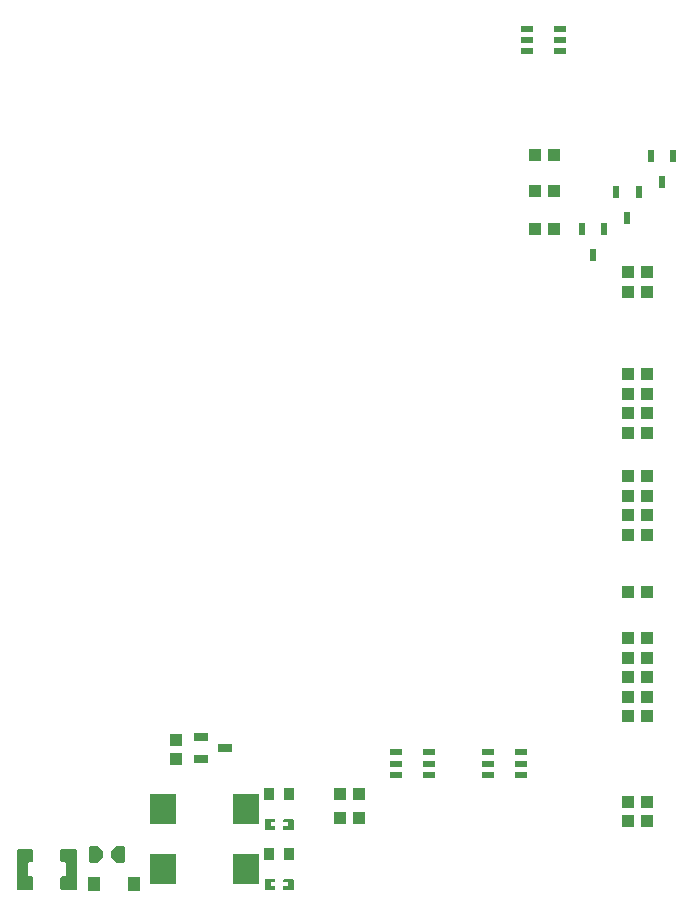
<source format=gbp>
G04 Layer: BottomPasteMaskLayer*
G04 EasyEDA v6.5.29, 2023-07-18 10:21:49*
G04 75acb9ef74904ca4b51824f4bde05f2a,5a6b42c53f6a479593ecc07194224c93,10*
G04 Gerber Generator version 0.2*
G04 Scale: 100 percent, Rotated: No, Reflected: No *
G04 Dimensions in millimeters *
G04 leading zeros omitted , absolute positions ,4 integer and 5 decimal *
%FSLAX45Y45*%
%MOMM*%

%AMMACRO1*21,1,$1,$2,0,0,$3*%
%ADD10MACRO1,1X0.55X0.0000*%
%ADD11MACRO1,1X0.8999X-90.0000*%
%ADD12MACRO1,2.592X2.2074X90.0000*%
%ADD13MACRO1,2.592X2.2075X90.0000*%
%ADD14MACRO1,0.9501X1.15X0.0000*%
%ADD15MACRO1,0.532X1.0375X0.0000*%
%ADD16MACRO1,1X1.1X0.0000*%
%ADD17MACRO1,1X1.1X90.0000*%
%ADD18MACRO1,1.25X0.7X0.0000*%

%LPD*%
G36*
X1166723Y1961134D02*
G01*
X1128217Y1914347D01*
X1128217Y1870252D01*
X1166723Y1823466D01*
X1235456Y1823466D01*
X1245463Y1833422D01*
X1245463Y1951126D01*
X1235456Y1961134D01*
G37*
G36*
X948944Y1961134D02*
G01*
X938936Y1951126D01*
X938936Y1833422D01*
X948944Y1823466D01*
X1017676Y1823466D01*
X1056182Y1870252D01*
X1056182Y1914347D01*
X1017676Y1961134D01*
G37*
G36*
X709218Y1940255D02*
G01*
X699211Y1930247D01*
X699211Y1834794D01*
X709218Y1824786D01*
X737006Y1824786D01*
X747014Y1814779D01*
X747014Y1715820D01*
X737006Y1705813D01*
X709218Y1705813D01*
X699211Y1695805D01*
X699211Y1600352D01*
X709218Y1590344D01*
X829868Y1590344D01*
X839876Y1600352D01*
X839876Y1930247D01*
X829868Y1940255D01*
G37*
G36*
X338531Y1940255D02*
G01*
X328523Y1930247D01*
X328523Y1600352D01*
X338531Y1590344D01*
X459181Y1590344D01*
X469188Y1600352D01*
X469188Y1695805D01*
X459181Y1705813D01*
X431393Y1705813D01*
X421385Y1715820D01*
X421385Y1814779D01*
X431393Y1824786D01*
X459181Y1824786D01*
X469188Y1834794D01*
X469188Y1930247D01*
X459181Y1940255D01*
G37*
G36*
X2433218Y1683308D02*
G01*
X2428189Y1678279D01*
X2428189Y1598320D01*
X2433218Y1593291D01*
X2513177Y1593291D01*
X2518206Y1598320D01*
X2518206Y1622501D01*
X2481224Y1622501D01*
X2481224Y1655521D01*
X2518206Y1655521D01*
X2518206Y1678279D01*
X2513177Y1683308D01*
G37*
G36*
X2593187Y1683308D02*
G01*
X2588209Y1678279D01*
X2588209Y1655521D01*
X2626207Y1655521D01*
X2626207Y1622501D01*
X2588209Y1622501D01*
X2588209Y1598320D01*
X2593187Y1593291D01*
X2672181Y1593291D01*
X2677210Y1598320D01*
X2677210Y1678279D01*
X2672181Y1683308D01*
G37*
G36*
X2433218Y2191308D02*
G01*
X2428189Y2186330D01*
X2428189Y2106320D01*
X2433218Y2101291D01*
X2513228Y2101291D01*
X2518206Y2106320D01*
X2518206Y2130501D01*
X2481224Y2130501D01*
X2481224Y2163521D01*
X2518206Y2163521D01*
X2518206Y2186330D01*
X2513228Y2191308D01*
G37*
G36*
X2593187Y2191308D02*
G01*
X2588209Y2186330D01*
X2588209Y2163521D01*
X2626207Y2163521D01*
X2626207Y2130501D01*
X2588209Y2130501D01*
X2588209Y2106320D01*
X2593187Y2101291D01*
X2672181Y2101291D01*
X2677210Y2106320D01*
X2677210Y2186330D01*
X2672181Y2191308D01*
G37*
D10*
G01*
X4927892Y8693378D03*
G01*
X4927892Y8788374D03*
G01*
X4927892Y8883370D03*
G01*
X4647882Y8883370D03*
G01*
X4647882Y8788374D03*
G01*
X4647882Y8693378D03*
G01*
X3822997Y2565897D03*
G01*
X3822997Y2660893D03*
G01*
X3822997Y2755889D03*
G01*
X3542990Y2755889D03*
G01*
X3542990Y2660893D03*
G01*
X3542990Y2565897D03*
G01*
X4597895Y2565184D03*
G01*
X4597895Y2660180D03*
G01*
X4597895Y2755176D03*
G01*
X4317885Y2755176D03*
G01*
X4317885Y2660180D03*
G01*
X4317885Y2565184D03*
D11*
G01*
X2467690Y1892305D03*
G01*
X2637689Y1892305D03*
D12*
G01*
X1566575Y1765297D03*
D13*
G01*
X2268823Y1765297D03*
D14*
G01*
X1324938Y1638297D03*
G01*
X986458Y1638297D03*
D13*
G01*
X2268835Y2273315D03*
D12*
G01*
X1566588Y2273315D03*
D11*
G01*
X2467702Y2400322D03*
G01*
X2637702Y2400322D03*
D15*
G01*
X5791187Y7586059D03*
G01*
X5696187Y7806310D03*
G01*
X5886187Y7806310D03*
G01*
X5499089Y7281259D03*
G01*
X5404090Y7501510D03*
G01*
X5594089Y7501510D03*
G01*
X5206989Y6963759D03*
G01*
X5111990Y7184010D03*
G01*
X5301989Y7184010D03*
D16*
G01*
X5667997Y5956287D03*
G01*
X5507997Y5956287D03*
G01*
X5667997Y5791187D03*
G01*
X5507997Y5791187D03*
G01*
X5667997Y5092689D03*
G01*
X5507997Y5092689D03*
G01*
X5667997Y5460989D03*
G01*
X5507997Y5460989D03*
G01*
X5667997Y4927589D03*
G01*
X5507997Y4927589D03*
G01*
X5667997Y4762489D03*
G01*
X5507997Y4762489D03*
G01*
X5667997Y4114792D03*
G01*
X5507997Y4114792D03*
G01*
X5667997Y4597389D03*
G01*
X5507997Y4597389D03*
G01*
X5667997Y3721092D03*
G01*
X5507997Y3721092D03*
G01*
X4880597Y7188184D03*
G01*
X4720597Y7188184D03*
G01*
X4880597Y7505684D03*
G01*
X4720597Y7505684D03*
G01*
X4880597Y7810484D03*
G01*
X4720597Y7810484D03*
G01*
X5667997Y6819887D03*
G01*
X5507997Y6819887D03*
G01*
X5667997Y6654787D03*
G01*
X5507997Y6654787D03*
G01*
X5667997Y5626089D03*
G01*
X5507997Y5626089D03*
G01*
X5507982Y3060694D03*
G01*
X5667982Y3060694D03*
G01*
X5507982Y3225792D03*
G01*
X5667982Y3225792D03*
G01*
X5507982Y3390892D03*
G01*
X5667982Y3390892D03*
G01*
X5507982Y3555992D03*
G01*
X5667982Y3555992D03*
G01*
X5667997Y2336794D03*
G01*
X5507997Y2336794D03*
G01*
X5667997Y2171694D03*
G01*
X5507997Y2171694D03*
G01*
X3229602Y2400297D03*
G01*
X3069602Y2400297D03*
G01*
X3229602Y2197097D03*
G01*
X3069602Y2197097D03*
D17*
G01*
X1676397Y2861302D03*
G01*
X1676397Y2701302D03*
D18*
G01*
X1893895Y2698998D03*
G01*
X1893895Y2888989D03*
G01*
X2093894Y2793993D03*
M02*

</source>
